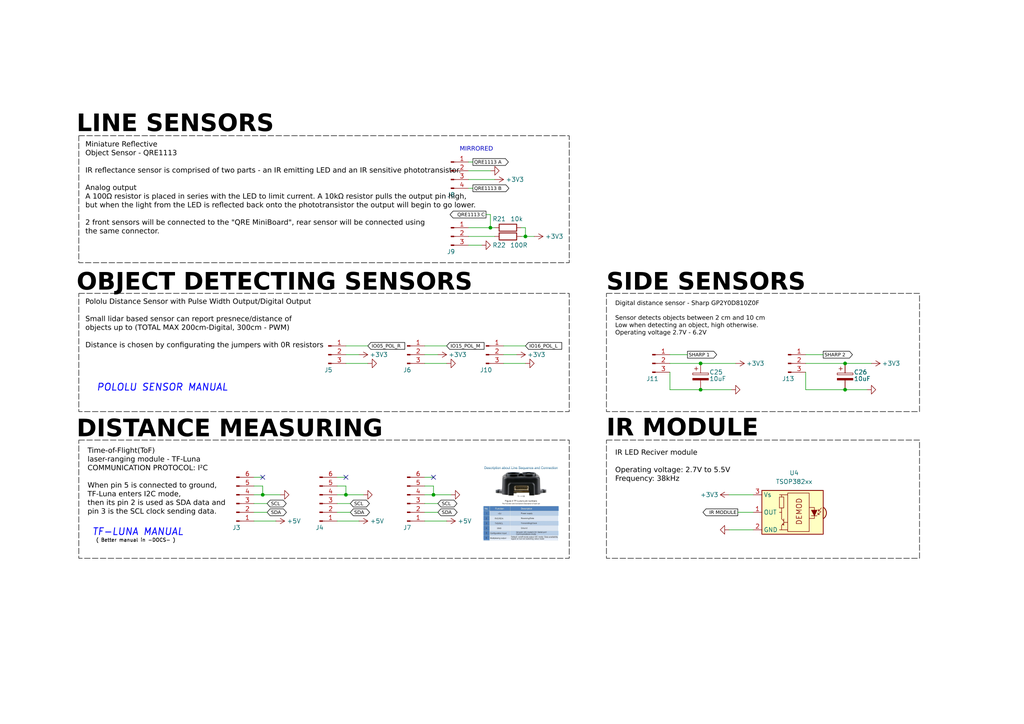
<source format=kicad_sch>
(kicad_sch (version 20231120) (generator "eeschema") (generator_version "8.0")
  (paper "A4")
  (lib_symbols
    (symbol "+3V3_1" (power) (pin_names (offset 0))
      (property "Value" "+3V3_1" (at 0 3.556 0))
      (symbol "+3V3_1_0_1"
        (polyline (pts (xy -0.762 1.27) (xy 0 2.54)))
        (polyline (pts (xy 0 0) (xy 0 2.54)))
        (polyline (pts (xy 0 2.54) (xy 0.762 1.27)))
      )
      (symbol "+3V3_1_1_1"
        (pin power_in line (at 0 0 90) (length 0) hide (name "+3V3") (number "1"))
      )
    )
    (symbol "Connector:Conn_01x03_Pin" (pin_names (offset 1.016) hide)
      (property "Reference" "J" (at 0 5.08 0))
      (property "Value" "Conn_01x03_Pin" (at 0 -5.08 0))
      (symbol "Conn_01x03_Pin_1_1"
        (polyline (pts (xy 1.27 -2.54) (xy 0.8636 -2.54)) (stroke (width 0.1524)))
        (polyline (pts (xy 1.27 0) (xy 0.8636 0)) (stroke (width 0.1524)))
        (polyline (pts (xy 1.27 2.54) (xy 0.8636 2.54)) (stroke (width 0.1524)))
        (rectangle (start 0.8636 -2.413) (end 0 -2.667) (stroke (width 0.1524)) (fill (type outline)))
        (rectangle (start 0.8636 0.127) (end 0 -0.127) (stroke (width 0.1524)) (fill (type outline)))
        (rectangle (start 0.8636 2.667) (end 0 2.413) (stroke (width 0.1524)) (fill (type outline)))
        (pin passive line (at 5.08 2.54 180) (length 3.81) (name "Pin_1") (number "1"))
        (pin passive line (at 5.08 0 180) (length 3.81) (name "Pin_2") (number "2"))
        (pin passive line (at 5.08 -2.54 180) (length 3.81) (name "Pin_3") (number "3"))
      )
    )
    (symbol "Connector:Conn_01x04_Pin" (pin_names (offset 1.016) hide)
      (property "Reference" "J" (at 0 5.08 0))
      (property "Value" "Conn_01x04_Pin" (at 0 -7.62 0))
      (symbol "Conn_01x04_Pin_1_1"
        (polyline (pts (xy 1.27 -5.08) (xy 0.8636 -5.08)) (stroke (width 0.1524)))
        (polyline (pts (xy 1.27 -2.54) (xy 0.8636 -2.54)) (stroke (width 0.1524)))
        (polyline (pts (xy 1.27 0) (xy 0.8636 0)) (stroke (width 0.1524)))
        (polyline (pts (xy 1.27 2.54) (xy 0.8636 2.54)) (stroke (width 0.1524)))
        (rectangle (start 0.8636 -4.953) (end 0 -5.207) (stroke (width 0.1524)) (fill (type outline)))
        (rectangle (start 0.8636 -2.413) (end 0 -2.667) (stroke (width 0.1524)) (fill (type outline)))
        (rectangle (start 0.8636 0.127) (end 0 -0.127) (stroke (width 0.1524)) (fill (type outline)))
        (rectangle (start 0.8636 2.667) (end 0 2.413) (stroke (width 0.1524)) (fill (type outline)))
        (pin passive line (at 5.08 2.54 180) (length 3.81) (name "Pin_1") (number "1"))
        (pin passive line (at 5.08 0 180) (length 3.81) (name "Pin_2") (number "2"))
        (pin passive line (at 5.08 -2.54 180) (length 3.81) (name "Pin_3") (number "3"))
        (pin passive line (at 5.08 -5.08 180) (length 3.81) (name "Pin_4") (number "4"))
      )
    )
    (symbol "Connector:Conn_01x06_Pin" (pin_names (offset 1.016) hide)
      (property "Reference" "J" (at 0 7.62 0))
      (property "Value" "Conn_01x06_Pin" (at 0 -10.16 0))
      (symbol "Conn_01x06_Pin_1_1"
        (polyline (pts (xy 1.27 -7.62) (xy 0.8636 -7.62)) (stroke (width 0.1524)))
        (polyline (pts (xy 1.27 -5.08) (xy 0.8636 -5.08)) (stroke (width 0.1524)))
        (polyline (pts (xy 1.27 -2.54) (xy 0.8636 -2.54)) (stroke (width 0.1524)))
        (polyline (pts (xy 1.27 0) (xy 0.8636 0)) (stroke (width 0.1524)))
        (polyline (pts (xy 1.27 2.54) (xy 0.8636 2.54)) (stroke (width 0.1524)))
        (polyline (pts (xy 1.27 5.08) (xy 0.8636 5.08)) (stroke (width 0.1524)))
        (rectangle (start 0.8636 -7.493) (end 0 -7.747) (stroke (width 0.1524)) (fill (type outline)))
        (rectangle (start 0.8636 -4.953) (end 0 -5.207) (stroke (width 0.1524)) (fill (type outline)))
        (rectangle (start 0.8636 -2.413) (end 0 -2.667) (stroke (width 0.1524)) (fill (type outline)))
        (rectangle (start 0.8636 0.127) (end 0 -0.127) (stroke (width 0.1524)) (fill (type outline)))
        (rectangle (start 0.8636 2.667) (end 0 2.413) (stroke (width 0.1524)) (fill (type outline)))
        (rectangle (start 0.8636 5.207) (end 0 4.953) (stroke (width 0.1524)) (fill (type outline)))
        (pin passive line (at 5.08 5.08 180) (length 3.81) (name "Pin_1") (number "1"))
        (pin passive line (at 5.08 2.54 180) (length 3.81) (name "Pin_2") (number "2"))
        (pin passive line (at 5.08 0 180) (length 3.81) (name "Pin_3") (number "3"))
        (pin passive line (at 5.08 -2.54 180) (length 3.81) (name "Pin_4") (number "4"))
        (pin passive line (at 5.08 -5.08 180) (length 3.81) (name "Pin_5") (number "5"))
        (pin passive line (at 5.08 -7.62 180) (length 3.81) (name "Pin_6") (number "6"))
      )
    )
    (symbol "Device:C_Polarized" (pin_numbers hide) (pin_names (offset 0.254))
      (property "Reference" "C" (at 0.635 2.54 0))
      (property "Value" "C_Polarized" (at 0.635 -2.54 0))
      (symbol "C_Polarized_0_1"
        (rectangle (start -2.286 0.508) (end 2.286 1.016))
        (polyline (pts (xy -1.778 2.286) (xy -0.762 2.286)))
        (polyline (pts (xy -1.27 2.794) (xy -1.27 1.778)))
        (rectangle (start 2.286 -0.508) (end -2.286 -1.016) (fill (type outline)))
      )
      (symbol "C_Polarized_1_1"
        (pin passive line (at 0 3.81 270) (length 2.794) (name "~") (number "1"))
        (pin passive line (at 0 -3.81 90) (length 2.794) (name "~") (number "2"))
      )
    )
    (symbol "Device:R" (pin_numbers hide) (pin_names (offset 0))
      (property "Reference" "R" (at 2.032 0 90))
      (property "Value" "R" (at 0 0 90))
      (symbol "R_0_1"
        (rectangle (start -1.016 -2.54) (end 1.016 2.54) (stroke (width 0.254)))
      )
      (symbol "R_1_1"
        (pin passive line (at 0 3.81 270) (length 1.27) (name "~") (number "1"))
        (pin passive line (at 0 -3.81 90) (length 1.27) (name "~") (number "2"))
      )
    )
    (symbol "GND_1" (power) (pin_names (offset 0))
      (property "Value" "GND_1" (at 0 -3.81 0))
      (symbol "GND_1_0_1"
        (polyline (pts (xy 0 0) (xy 0 -1.27) (xy 1.27 -1.27) (xy 0 -2.54) (xy -1.27 -1.27) (xy 0 -1.27)))
      )
      (symbol "GND_1_1_1"
        (pin power_in line (at 0 0 270) (length 0) hide (name "GND") (number "1"))
      )
    )
    (symbol "GND_2" (power) (pin_names (offset 0))
      (property "Value" "GND_2" (at 0 -3.81 0))
      (symbol "GND_2_0_1"
        (polyline (pts (xy 0 0) (xy 0 -1.27) (xy 1.27 -1.27) (xy 0 -2.54) (xy -1.27 -1.27) (xy 0 -1.27)))
      )
      (symbol "GND_2_1_1"
        (pin power_in line (at 0 0 270) (length 0) hide (name "GND") (number "1"))
      )
    )
    (symbol "TSOP382xx_1"
      (property "Reference" "U" (at -10.16 7.62 0))
      (property "Value" "TSOP382xx" (at -10.16 -7.62 0))
      (symbol "TSOP382xx_1_0_0"
        (arc (start -10.287 1.397) (mid -11.0899 -0.1852) (end -10.287 -1.778) (stroke (width 0.254)) (fill (type background)))
        (polyline (pts (xy 1.905 -5.08) (xy 0.127 -5.08)))
        (polyline (pts (xy 1.905 5.08) (xy 0.127 5.08)))
        (text "DEMOD" (at -3.175 0.254 900) (effects (font (size 1.524 1.524))))
      )
      (symbol "TSOP382xx_1_0_1"
        (rectangle (start -6.096 5.588) (end 0.127 -5.588))
        (polyline (pts (xy -8.763 0.381) (xy -9.652 1.27)))
        (polyline (pts (xy -8.763 0.381) (xy -9.271 0.381)))
        (polyline (pts (xy -8.763 0.381) (xy -8.763 0.889)))
        (polyline (pts (xy -8.636 -0.635) (xy -9.525 0.254)))
        (polyline (pts (xy -8.636 -0.635) (xy -9.144 -0.635)))
        (polyline (pts (xy -8.636 -0.635) (xy -8.636 -0.127)))
        (polyline (pts (xy -8.382 -1.016) (xy -6.731 -1.016)))
        (polyline (pts (xy 1.27 -2.921) (xy 0.127 -2.921)))
        (polyline (pts (xy 1.27 -1.905) (xy 1.27 -3.81)))
        (polyline (pts (xy 1.397 -3.556) (xy 1.524 -3.556)))
        (polyline (pts (xy 1.651 -3.556) (xy 1.524 -3.556)))
        (polyline (pts (xy 1.651 -3.556) (xy 1.651 -3.302)))
        (polyline (pts (xy 1.905 0) (xy 1.905 1.27)))
        (polyline (pts (xy 1.905 4.445) (xy 1.905 5.08) (xy 2.54 5.08)))
        (polyline (pts (xy -8.382 0.635) (xy -6.731 0.635) (xy -7.62 -1.016) (xy -8.382 0.635)) (fill (type outline)))
        (polyline (pts (xy -6.096 1.397) (xy -7.62 1.397) (xy -7.62 -1.778) (xy -6.096 -1.778)))
        (polyline (pts (xy 1.27 -3.175) (xy 1.905 -3.81) (xy 1.905 -5.08) (xy 2.54 -5.08)))
        (polyline (pts (xy 1.27 -2.54) (xy 1.905 -1.905) (xy 1.905 0) (xy 2.54 0)))
        (rectangle (start 2.54 1.27) (end 1.27 4.445))
        (rectangle (start 7.62 6.35) (end -10.16 -6.35) (stroke (width 0.254)) (fill (type background)))
      )
      (symbol "TSOP382xx_1_1_1"
        (pin output line (at 10.16 0 180) (length 2.54) (name "OUT") (number "1"))
        (pin power_in line (at 10.16 -5.08 180) (length 2.54) (name "GND") (number "2"))
        (pin power_in line (at 10.16 5.08 180) (length 2.54) (name "Vs") (number "3"))
      )
    )
    (symbol "power:+3V3" (power) (pin_names (offset 0))
      (property "Value" "+3V3" (at 0 3.556 0))
      (symbol "+3V3_0_1"
        (polyline (pts (xy -0.762 1.27) (xy 0 2.54)))
        (polyline (pts (xy 0 0) (xy 0 2.54)))
        (polyline (pts (xy 0 2.54) (xy 0.762 1.27)))
      )
      (symbol "+3V3_1_1"
        (pin power_in line (at 0 0 90) (length 0) hide (name "+3V3") (number "1"))
      )
    )
    (symbol "power:+5V" (power) (pin_numbers hide) (pin_names (offset 0) hide)
      (property "Value" "+5V" (at 0 3.556 0))
      (symbol "+5V_0_1"
        (polyline (pts (xy -0.762 1.27) (xy 0 2.54)))
        (polyline (pts (xy 0 0) (xy 0 2.54)))
        (polyline (pts (xy 0 2.54) (xy 0.762 1.27)))
      )
      (symbol "+5V_1_1"
        (pin power_in line (at 0 0 90) (length 0) (name "~") (number "1"))
      )
    )
    (symbol "power:GND" (power) (pin_numbers hide) (pin_names (offset 0) hide)
      (property "Value" "GND" (at 0 -3.81 0))
      (symbol "GND_0_1"
        (polyline (pts (xy 0 0) (xy 0 -1.27) (xy 1.27 -1.27) (xy 0 -2.54) (xy -1.27 -1.27) (xy 0 -1.27)))
      )
      (symbol "GND_1_1"
        (pin power_in line (at 0 0 270) (length 0) (name "~") (number "1"))
      )
    )
  )
  (junction (at 76.2 143.51))
  (junction (at 245.11 113.03))
  (junction (at 203.2 113.03))
  (junction (at 142.24 66.04))
  (junction (at 125.73 143.51))
  (junction (at 203.2 105.41))
  (junction (at 100.33 143.51))
  (junction (at 245.11 105.41))
  (junction (at 152.4 68.58))
  (no_connect (at 100.33 138.43))
  (no_connect (at 125.73 138.43))
  (no_connect (at 76.2 138.43))
  (wire (pts (xy 100.33 138.43) (xy 97.79 138.43)))
  (wire (pts (xy 127 146.05) (xy 123.19 146.05)))
  (wire (pts (xy 76.2 143.51) (xy 73.66 143.51)))
  (wire (pts (xy 123.19 100.33) (xy 129.54 100.33)))
  (wire (pts (xy 142.24 66.04) (xy 143.51 66.04)))
  (wire (pts (xy 100.33 140.97) (xy 100.33 143.51)))
  (wire (pts (xy 76.2 138.43) (xy 73.66 138.43)))
  (wire (pts (xy 203.2 113.03) (xy 212.09 113.03)))
  (wire (pts (xy 194.31 113.03) (xy 203.2 113.03)))
  (wire (pts (xy 125.73 143.51) (xy 123.19 143.51)))
  (wire (pts (xy 203.2 105.41) (xy 213.36 105.41)))
  (wire (pts (xy 211.455 143.51) (xy 218.44 143.51)))
  (wire (pts (xy 233.68 113.03) (xy 245.11 113.03)))
  (wire (pts (xy 123.19 105.41) (xy 129.54 105.41)))
  (wire (pts (xy 80.01 151.13) (xy 73.66 151.13)))
  (wire (pts (xy 100.33 102.87) (xy 104.14 102.87)))
  (wire (pts (xy 245.11 105.41) (xy 252.73 105.41)))
  (wire (pts (xy 151.13 66.04) (xy 152.4 66.04)))
  (wire (pts (xy 101.6 146.05) (xy 97.79 146.05)))
  (wire (pts (xy 97.79 140.97) (xy 100.33 140.97)))
  (wire (pts (xy 125.73 138.43) (xy 123.19 138.43)))
  (wire (pts (xy 233.68 113.03) (xy 233.68 107.95)))
  (wire (pts (xy 143.51 52.07) (xy 135.89 52.07)))
  (wire (pts (xy 127 148.59) (xy 123.19 148.59)))
  (wire (pts (xy 152.4 68.58) (xy 154.94 68.58)))
  (wire (pts (xy 151.13 68.58) (xy 152.4 68.58)))
  (wire (pts (xy 139.7 71.12) (xy 135.89 71.12)))
  (wire (pts (xy 137.16 54.61) (xy 135.89 54.61)))
  (wire (pts (xy 123.19 102.87) (xy 127 102.87)))
  (wire (pts (xy 104.14 151.13) (xy 97.79 151.13)))
  (wire (pts (xy 76.2 140.97) (xy 76.2 143.51)))
  (wire (pts (xy 146.05 102.87) (xy 149.86 102.87)))
  (wire (pts (xy 140.97 62.23) (xy 142.24 62.23)))
  (wire (pts (xy 100.33 100.33) (xy 106.68 100.33)))
  (wire (pts (xy 199.39 102.87) (xy 194.31 102.87)))
  (wire (pts (xy 100.33 143.51) (xy 97.79 143.51)))
  (wire (pts (xy 73.66 140.97) (xy 76.2 140.97)))
  (wire (pts (xy 135.89 68.58) (xy 143.51 68.58)))
  (wire (pts (xy 125.73 140.97) (xy 125.73 143.51)))
  (wire (pts (xy 81.28 143.51) (xy 76.2 143.51)))
  (wire (pts (xy 218.44 148.59) (xy 213.995 148.59)))
  (wire (pts (xy 142.24 62.23) (xy 142.24 66.04)))
  (wire (pts (xy 194.31 113.03) (xy 194.31 107.95)))
  (wire (pts (xy 77.47 148.59) (xy 73.66 148.59)))
  (wire (pts (xy 194.31 105.41) (xy 203.2 105.41)))
  (wire (pts (xy 152.4 66.04) (xy 152.4 68.58)))
  (wire (pts (xy 137.16 46.99) (xy 135.89 46.99)))
  (wire (pts (xy 123.19 140.97) (xy 125.73 140.97)))
  (wire (pts (xy 146.05 105.41) (xy 152.4 105.41)))
  (wire (pts (xy 77.47 146.05) (xy 73.66 146.05)))
  (wire (pts (xy 100.33 105.41) (xy 106.68 105.41)))
  (wire (pts (xy 238.76 102.87) (xy 233.68 102.87)))
  (wire (pts (xy 135.89 66.04) (xy 142.24 66.04)))
  (wire (pts (xy 130.81 143.51) (xy 125.73 143.51)))
  (wire (pts (xy 105.41 143.51) (xy 100.33 143.51)))
  (wire (pts (xy 135.89 49.53) (xy 142.24 49.53)))
  (wire (pts (xy 245.11 113.03) (xy 251.46 113.03)))
  (wire (pts (xy 233.68 105.41) (xy 245.11 105.41)))
  (wire (pts (xy 129.54 151.13) (xy 123.19 151.13)))
  (wire (pts (xy 146.05 100.33) (xy 152.4 100.33)))
  (wire (pts (xy 218.44 153.67) (xy 211.455 153.67)))
  (wire (pts (xy 101.6 148.59) (xy 97.79 148.59)))
  (rectangle (start 22.86 127.635) (end 165.1 161.925) (stroke (width 0) (type dash) (color 0 0 0 1)))
  (rectangle (start 22.86 85.09) (end 165.1 119.38) (stroke (width 0) (type dash) (color 0 0 0 1)))
  (rectangle (start 22.86 39.37) (end 165.1 76.2) (stroke (width 0) (type dash) (color 0 0 0 1)))
  (rectangle (start 175.895 85.09) (end 266.7 119.38) (stroke (width 0) (type dash) (color 0 0 0 1)))
  (rectangle (start 175.895 127.635) (end 266.7 161.925) (stroke (width 0) (type dash) (color 0 0 0 1)))
  (image (at 151.13 146.05) (scale 0.33998))
  (text "IR MODULE" (at 175.895 125.73 0) (effects (font (size 5 5) (thickness 1.2) (bold yes)) (justify left)))
  (text "( Better manual in -DOCS- )" (at 39.37 156.845 0) (effects (font (size 1 1))))
  (text "IR LED Reciver module\n\nOperating voltage: 2.7V to 5.5V\nFrequency: 38kHz \n" (at 178.435 140.335 0) (effects (font (size 1.5 1.5) (italic yes)) (justify left bottom)))
  (text "Time-of-Flight(ToF)\nlaser-ranging module - TF-Luna\nCOMMUNICATION PROTOCOL: I²C \n\nWhen pin 5 is connected to ground, \nTF-Luna enters I2C mode, \nthen its pin 2 is used as SDA data and\npin 3 is the SCL clock sending data." (at 25.4 149.86 0) (effects (font (size 1.5 1.5)) (justify left bottom)))
  (text "Digital distance sensor - Sharp GP2Y0D810Z0F\n\nSensor detects objects between 2 cm and 10 cm\nLow when detecting an object, high otherwise.\nOperating voltage 2.7V - 6.2V" (at 178.435 97.79 0) (effects (font (size 1.27 1.27)) (justify left bottom)))
  (text "SIDE SENSORS" (at 175.895 86.36 0) (effects (font (size 5 5) (bold yes)) (justify left bottom)))
  (text "Pololu Distance Sensor with Pulse Width Output/Digital Output\n\nSmall lidar based sensor can report presnece/distance of \nobjects up to (TOTAL MAX 200cm-Digital, 300cm - PWM)\n\nDistance is chosen by configurating the jumpers with 0R resistors" (at 24.765 101.6 0) (effects (font (size 1.5 1.5) (italic yes)) (justify left bottom)))
  (text "POLOLU SENSOR MANUAL" (at 27.94 113.665 0) (effects (font (size 2 2) (thickness 0.254) (bold yes) (italic yes)) (justify left bottom)))
  (text "TF-LUNA MANUAL" (at 26.67 155.575 0) (effects (font (size 2 2) (thickness 0.254) (bold yes) (italic yes)) (justify left bottom)))
  (text "Digital distance sensor - Sharp GP2Y0D810Z0F\n\nSensor detects objects between 2 cm and 10 cm\nLow when detecting an object, high otherwise.\nFrequency - 390 Hz\nOperating voltage 2.7V - 6.2V" (at 301.625 111.125 0) (effects (font (size 1.27 1.27)) (justify left bottom)))
  (text "IR LED Reciver module\n\nOperating voltage: 2.7V to 5.5V\nFrequency: 38kHz \nHigh immunity against ambient light. \nFor more than 1 input use - Hexadecimal code\n\nUsed as a main program starter\n" (at 304.165 149.225 0) (effects (font (size 1.5 1.5) (italic yes)) (justify left bottom)))
  (text "OBJECT DETECTING SENSORS" (at 22.225 86.36 0) (effects (font (size 5 5) (bold yes)) (justify left bottom)))
  (text "MIRRORED" (at 133.35 44.45 0) (effects (font (size 1.27 1.27)) (justify left bottom)))
  (text "DISTANCE MEASURING" (at 22.225 128.905 0) (effects (font (size 5 5) (bold yes)) (justify left bottom)))
  (text "LINE SENSORS" (at 22.225 37.465 0) (effects (font (size 5 5) (thickness 1.2) (bold yes)) (justify left)))
  (text "Miniature Reflective\nObject Sensor - QRE1113\n\nIR reflectance sensor is comprised of two parts - an IR emitting LED and an IR sensitive phototransistor.\n\nAnalog output\nA 100Ω resistor is placed in series with the LED to limit current. A 10kΩ resistor pulls the output pin high, \nbut when the light from the LED is reflected back onto the phototransistor the output will begin to go lower.\n\n2 front sensors will be connected to the \"QRE MiniBoard\", rear sensor will be connected using \nthe same connector." (at 24.765 68.58 0) (effects (font (size 1.5 1.5) (italic yes)) (justify left bottom)))
  (global_label "SCL" (shape bidirectional) (at 101.6 146.05 0) (effects (font (size 1 1))) (property "Intersheetrefs" "${INTERSHEET_REFS}" (effects (hide yes))))
  (global_label "IR MODULE" (shape output) (at 213.995 148.59 180) (effects (font (size 1 1))) (property "Intersheetrefs" "${INTERSHEET_REFS}" (effects (hide yes))))
  (global_label "QRE1113 B" (shape output) (at 137.16 54.61 0) (effects (font (size 1 1))) (property "Intersheetrefs" "${INTERSHEET_REFS}" (effects (hide yes))))
  (global_label "SDA" (shape bidirectional) (at 127 148.59 0) (effects (font (size 1 1))) (property "Intersheetrefs" "${INTERSHEET_REFS}" (effects (hide yes))))
  (global_label "IO16_POL_L" (shape input) (at 152.4 100.33 0) (effects (font (size 1 1))) (property "Intersheetrefs" "${INTERSHEET_REFS}" (effects (hide yes))))
  (global_label "SDA" (shape bidirectional) (at 77.47 148.59 0) (effects (font (size 1 1))) (property "Intersheetrefs" "${INTERSHEET_REFS}" (effects (hide yes))))
  (global_label "IO05_POL_R" (shape input) (at 106.68 100.33 0) (effects (font (size 1 1))) (property "Intersheetrefs" "${INTERSHEET_REFS}" (effects (hide yes))))
  (global_label "SHARP 1" (shape output) (at 199.39 102.87 0) (effects (font (size 1 1))) (property "Intersheetrefs" "${INTERSHEET_REFS}" (effects (hide yes))))
  (global_label "SCL" (shape bidirectional) (at 77.47 146.05 0) (effects (font (size 1 1))) (property "Intersheetrefs" "${INTERSHEET_REFS}" (effects (hide yes))))
  (global_label "SCL" (shape bidirectional) (at 127 146.05 0) (effects (font (size 1 1))) (property "Intersheetrefs" "${INTERSHEET_REFS}" (effects (hide yes))))
  (global_label "QRE1113 C" (shape output) (at 140.97 62.23 180) (effects (font (size 1 1))) (property "Intersheetrefs" "${INTERSHEET_REFS}" (effects (hide yes))))
  (global_label "IO15_POL_M" (shape input) (at 129.54 100.33 0) (effects (font (size 1 1))) (property "Intersheetrefs" "${INTERSHEET_REFS}" (effects (hide yes))))
  (global_label "SDA" (shape bidirectional) (at 101.6 148.59 0) (effects (font (size 1 1))) (property "Intersheetrefs" "${INTERSHEET_REFS}" (effects (hide yes))))
  (global_label "QRE1113 A" (shape output) (at 137.16 46.99 0) (effects (font (size 1 1))) (property "Intersheetrefs" "${INTERSHEET_REFS}" (effects (hide yes))))
  (global_label "SHARP 2" (shape output) (at 238.76 102.87 0) (effects (font (size 1 1))) (property "Intersheetrefs" "${INTERSHEET_REFS}" (effects (hide yes))))
  (symbol (lib_id "Connector:Conn_01x06_Pin") (at 118.11 146.05 0) (mirror x) (unit 1)
    (property "Reference" "J7" (at 118.11 153.035 0))
    (property "Value" "Conn_01x06_Pin" (effects (hide yes)))
    (property "Footprint" "Connector_Molex:Molex_PicoBlade_53398-0671_1x06-1MP_P1.25mm_Vertical" (effects (hide yes)))
  )
  (symbol (lib_id "power:+5V") (at 80.01 151.13 270) (mirror x) (unit 1)
    (property "Reference" "#PWR055" (effects (hide yes)))
    (property "Value" "+5V" (at 83.185 151.13 90) (effects (justify left)))
  )
  (symbol (lib_id "Connector:Conn_01x03_Pin") (at 189.23 105.41 0) (unit 1)
    (property "Reference" "J11" (at 189.23 109.855 0))
    (property "Value" "Conn_01x03_Pin" (effects (hide yes)))
    (property "Footprint" "Connector_Molex:Molex_PicoBlade_53398-0371_1x03-1MP_P1.25mm_Vertical" (effects (hide yes)))
  )
  (symbol (lib_id "Connector:Conn_01x06_Pin") (at 92.71 146.05 0) (mirror x) (unit 1)
    (property "Reference" "J4" (at 92.71 153.035 0))
    (property "Value" "Conn_01x06_Pin" (effects (hide yes)))
    (property "Footprint" "Connector_Molex:Molex_PicoBlade_53398-0671_1x06-1MP_P1.25mm_Vertical" (effects (hide yes)))
  )
  (symbol (lib_id "Connector:Conn_01x03_Pin") (at 140.97 102.87 0) (unit 1)
    (property "Reference" "J10" (at 140.97 107.315 0))
    (property "Value" "Conn_01x03_Pin" (effects (hide yes)))
    (property "Footprint" "Connector_Molex:Molex_PicoBlade_53398-0371_1x03-1MP_P1.25mm_Vertical" (effects (hide yes)))
    (property "Description" "Generic connector, single row, 01x03, script generated" (effects (hide yes)))
  )
  (symbol (lib_id "power:GND") (at 105.41 143.51 90) (mirror x) (unit 1)
    (property "Reference" "#PWR059" (effects (hide yes)))
    (property "Value" "GND" (effects (hide yes)))
  )
  (symbol (lib_name "GND_2") (lib_id "power:GND") (at 106.68 105.41 90) (unit 1)
    (property "Reference" "#PWR060" (effects (hide yes)))
    (property "Value" "GND" (effects (hide yes)))
  )
  (symbol (lib_name "+3V3_1") (lib_id "power:+3V3") (at 127 102.87 270) (unit 1)
    (property "Reference" "#PWR061" (effects (hide yes)))
    (property "Value" "+3V3" (at 132.715 102.87 90))
  )
  (symbol (lib_name "TSOP382xx_1") (lib_id "Interface_Optical:TSOP382xx") (at 228.6 148.59 0) (mirror y) (unit 1)
    (property "Reference" "U4" (at 230.335 137.16 0))
    (property "Value" "TSOP382xx" (at 230.335 139.7 0))
    (property "Footprint" "sumec_brd:Vishay_TSOP382" (effects (hide yes)))
    (property "Datasheet" "http://www.vishay.com/docs/82491/tsop382.pdf" (effects (hide yes)))
    (property "Description" "Photo Modules for PCM Remote Control Systems" (effects (hide yes)))
  )
  (symbol (lib_id "power:GND") (at 130.81 143.51 90) (mirror x) (unit 1)
    (property "Reference" "#PWR064" (effects (hide yes)))
    (property "Value" "GND" (effects (hide yes)))
  )
  (symbol (lib_name "GND_2") (lib_id "power:GND") (at 251.46 113.03 90) (unit 1)
    (property "Reference" "#PWR077" (effects (hide yes)))
    (property "Value" "GND" (effects (hide yes)))
  )
  (symbol (lib_id "Connector:Conn_01x06_Pin") (at 68.58 146.05 0) (mirror x) (unit 1)
    (property "Reference" "J3" (at 68.58 153.035 0))
    (property "Value" "Conn_01x06_Pin" (effects (hide yes)))
    (property "Footprint" "Connector_Molex:Molex_PicoBlade_53398-0671_1x06-1MP_P1.25mm_Vertical" (effects (hide yes)))
  )
  (symbol (lib_id "power:GND") (at 81.28 143.51 90) (mirror x) (unit 1)
    (property "Reference" "#PWR056" (effects (hide yes)))
    (property "Value" "GND" (effects (hide yes)))
  )
  (symbol (lib_name "GND_2") (lib_id "power:GND") (at 152.4 105.41 90) (unit 1)
    (property "Reference" "#PWR069" (effects (hide yes)))
    (property "Value" "GND" (effects (hide yes)))
  )
  (symbol (lib_name "GND_2") (lib_id "power:GND") (at 129.54 105.41 90) (unit 1)
    (property "Reference" "#PWR062" (effects (hide yes)))
    (property "Value" "GND" (effects (hide yes)))
  )
  (symbol (lib_id "Device:R") (at 147.32 66.04 270) (unit 1)
    (property "Reference" "R21" (at 144.78 63.5 90))
    (property "Value" "10k" (at 149.86 63.5 90))
    (property "Footprint" "Resistor_SMD:R_0805_2012Metric_Pad1.20x1.40mm_HandSolder" (effects (hide yes)))
  )
  (symbol (lib_id "Connector:Conn_01x04_Pin") (at 130.81 49.53 0) (unit 1)
    (property "Reference" "J8" (at 130.81 56.515 0))
    (property "Value" "Conn_01x04_Pin" (effects (hide yes)))
    (property "Footprint" "Connector_Molex:Molex_PicoBlade_53398-0471_1x04-1MP_P1.25mm_Vertical" (effects (hide yes)))
  )
  (symbol (lib_name "GND_2") (lib_id "power:GND") (at 212.09 113.03 90) (unit 1)
    (property "Reference" "#PWR073" (effects (hide yes)))
    (property "Value" "GND" (effects (hide yes)))
  )
  (symbol (lib_id "Connector:Conn_01x03_Pin") (at 130.81 68.58 0) (unit 1)
    (property "Reference" "J9" (at 130.81 73.025 0))
    (property "Value" "Conn_01x03_Pin" (effects (hide yes)))
    (property "Footprint" "Connector_Molex:Molex_PicoBlade_53398-0371_1x03-1MP_P1.25mm_Vertical" (effects (hide yes)))
  )
  (symbol (lib_id "Connector:Conn_01x03_Pin") (at 118.11 102.87 0) (unit 1)
    (property "Reference" "J6" (at 118.11 107.315 0))
    (property "Value" "Conn_01x03_Pin" (effects (hide yes)))
    (property "Footprint" "Connector_Molex:Molex_PicoBlade_53398-0371_1x03-1MP_P1.25mm_Vertical" (effects (hide yes)))
    (property "Description" "Generic connector, single row, 01x03, script generated" (effects (hide yes)))
  )
  (symbol (lib_name "+3V3_1") (lib_id "power:+3V3") (at 211.455 143.51 90) (mirror x) (unit 1)
    (property "Reference" "#PWR071" (effects (hide yes)))
    (property "Value" "+3V3" (at 205.74 143.51 90))
  )
  (symbol (lib_id "power:+5V") (at 104.14 151.13 270) (mirror x) (unit 1)
    (property "Reference" "#PWR058" (effects (hide yes)))
    (property "Value" "+5V" (at 107.315 151.13 90) (effects (justify left)))
  )
  (symbol (lib_name "+3V3_1") (lib_id "power:+3V3") (at 213.36 105.41 270) (unit 1)
    (property "Reference" "#PWR074" (effects (hide yes)))
    (property "Value" "+3V3" (at 219.075 105.41 90))
  )
  (symbol (lib_name "GND_1") (lib_id "power:GND") (at 142.24 49.53 90) (unit 1)
    (property "Reference" "#PWR066" (effects (hide yes)))
    (property "Value" "GND" (effects (hide yes)))
  )
  (symbol (lib_id "Connector:Conn_01x03_Pin") (at 228.6 105.41 0) (unit 1)
    (property "Reference" "J13" (at 228.6 109.855 0))
    (property "Value" "Conn_01x03_Pin" (effects (hide yes)))
    (property "Footprint" "Connector_Molex:Molex_PicoBlade_53398-0371_1x03-1MP_P1.25mm_Vertical" (effects (hide yes)))
  )
  (symbol (lib_id "Device:R") (at 147.32 68.58 270) (unit 1)
    (property "Reference" "R22" (at 144.78 71.12 90))
    (property "Value" "100R" (at 150.495 71.12 90))
    (property "Footprint" "Resistor_SMD:R_0805_2012Metric_Pad1.20x1.40mm_HandSolder" (effects (hide yes)))
  )
  (symbol (lib_id "Device:C_Polarized") (at 203.2 109.22 0) (unit 1)
    (property "Reference" "C25" (at 205.74 107.95 0) (effects (justify left)))
    (property "Value" "10uF" (at 205.74 109.855 0) (effects (justify left)))
    (property "Footprint" "Capacitor_Tantalum_SMD:CP_EIA-3216-18_Kemet-A_Pad1.58x1.35mm_HandSolder" (effects (hide yes)))
  )
  (symbol (lib_id "Device:C_Polarized") (at 245.11 109.22 0) (unit 1)
    (property "Reference" "C26" (at 247.65 107.95 0) (effects (justify left)))
    (property "Value" "10uF" (at 247.65 109.855 0) (effects (justify left)))
    (property "Footprint" "Capacitor_Tantalum_SMD:CP_EIA-3216-18_Kemet-A_Pad1.58x1.35mm_HandSolder" (effects (hide yes)))
  )
  (symbol (lib_name "GND_1") (lib_id "power:GND") (at 139.7 71.12 90) (unit 1)
    (property "Reference" "#PWR065" (effects (hide yes)))
    (property "Value" "GND" (effects (hide yes)))
  )
  (symbol (lib_id "Connector:Conn_01x03_Pin") (at 95.25 102.87 0) (unit 1)
    (property "Reference" "J5" (at 95.25 107.315 0))
    (property "Value" "Conn_01x03_Pin" (effects (hide yes)))
    (property "Footprint" "Connector_Molex:Molex_PicoBlade_53398-0371_1x03-1MP_P1.25mm_Vertical" (effects (hide yes)))
    (property "Description" "Generic connector, single row, 01x03, script generated" (effects (hide yes)))
  )
  (symbol (lib_name "+3V3_1") (lib_id "power:+3V3") (at 149.86 102.87 270) (unit 1)
    (property "Reference" "#PWR068" (effects (hide yes)))
    (property "Value" "+3V3" (at 155.575 102.87 90))
  )
  (symbol (lib_name "+3V3_1") (lib_id "power:+3V3") (at 252.73 105.41 270) (unit 1)
    (property "Reference" "#PWR078" (effects (hide yes)))
    (property "Value" "+3V3" (at 258.445 105.41 90))
  )
  (symbol (lib_id "power:+3V3") (at 143.51 52.07 270) (unit 1)
    (property "Reference" "#PWR067" (effects (hide yes)))
    (property "Value" "+3V3" (at 146.685 52.07 90) (effects (justify left)))
  )
  (symbol (lib_name "+3V3_1") (lib_id "power:+3V3") (at 104.14 102.87 270) (unit 1)
    (property "Reference" "#PWR057" (effects (hide yes)))
    (property "Value" "+3V3" (at 109.855 102.87 90))
  )
  (symbol (lib_id "power:GND") (at 211.455 153.67 270) (mirror x) (unit 1)
    (property "Reference" "#PWR072" (effects (hide yes)))
    (property "Value" "GND" (effects (hide yes)))
  )
  (symbol (lib_id "power:+3V3") (at 154.94 68.58 270) (unit 1)
    (property "Reference" "#PWR070" (effects (hide yes)))
    (property "Value" "+3V3" (at 158.115 68.58 90) (effects (justify left)))
  )
  (symbol (lib_id "power:+5V") (at 129.54 151.13 270) (mirror x) (unit 1)
    (property "Reference" "#PWR063" (effects (hide yes)))
    (property "Value" "+5V" (at 132.715 151.13 90) (effects (justify left)))
  )
)
</source>
